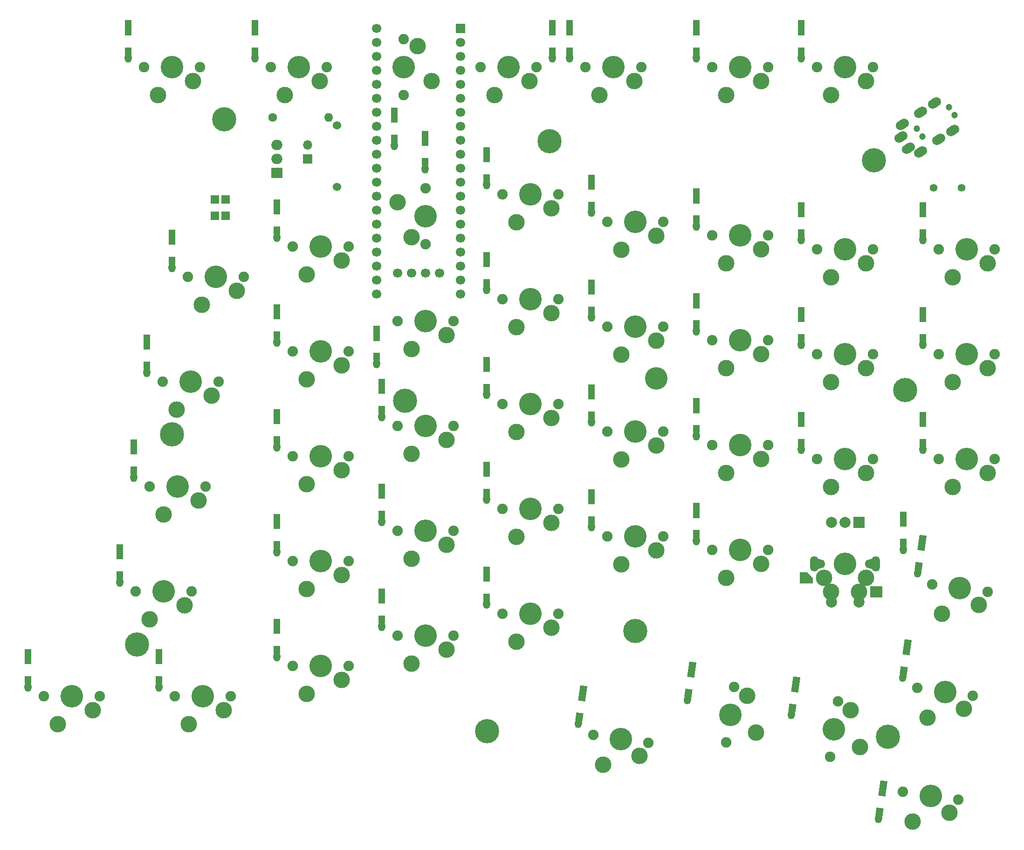
<source format=gts>
%TF.GenerationSoftware,KiCad,Pcbnew,(6.0.5-0)*%
%TF.CreationDate,2023-01-19T18:27:40-08:00*%
%TF.ProjectId,ergodonk_pcb,6572676f-646f-46e6-9b5f-7063622e6b69,rev?*%
%TF.SameCoordinates,Original*%
%TF.FileFunction,Soldermask,Top*%
%TF.FilePolarity,Negative*%
%FSLAX46Y46*%
G04 Gerber Fmt 4.6, Leading zero omitted, Abs format (unit mm)*
G04 Created by KiCad (PCBNEW (6.0.5-0)) date 2023-01-19 18:27:40*
%MOMM*%
%LPD*%
G01*
G04 APERTURE LIST*
G04 Aperture macros list*
%AMHorizOval*
0 Thick line with rounded ends*
0 $1 width*
0 $2 $3 position (X,Y) of the first rounded end (center of the circle)*
0 $4 $5 position (X,Y) of the second rounded end (center of the circle)*
0 Add line between two ends*
20,1,$1,$2,$3,$4,$5,0*
0 Add two circle primitives to create the rounded ends*
1,1,$1,$2,$3*
1,1,$1,$4,$5*%
%AMRotRect*
0 Rectangle, with rotation*
0 The origin of the aperture is its center*
0 $1 length*
0 $2 width*
0 $3 Rotation angle, in degrees counterclockwise*
0 Add horizontal line*
21,1,$1,$2,0,0,$3*%
%AMOutline5P*
0 Free polygon, 5 corners , with rotation*
0 The origin of the aperture is its center*
0 number of corners: always 5*
0 $1 to $10 corner X, Y*
0 $11 Rotation angle, in degrees counterclockwise*
0 create outline with 5 corners*
4,1,5,$1,$2,$3,$4,$5,$6,$7,$8,$9,$10,$1,$2,$11*%
%AMOutline6P*
0 Free polygon, 6 corners , with rotation*
0 The origin of the aperture is its center*
0 number of corners: always 6*
0 $1 to $12 corner X, Y*
0 $13 Rotation angle, in degrees counterclockwise*
0 create outline with 6 corners*
4,1,6,$1,$2,$3,$4,$5,$6,$7,$8,$9,$10,$11,$12,$1,$2,$13*%
%AMOutline7P*
0 Free polygon, 7 corners , with rotation*
0 The origin of the aperture is its center*
0 number of corners: always 7*
0 $1 to $14 corner X, Y*
0 $15 Rotation angle, in degrees counterclockwise*
0 create outline with 7 corners*
4,1,7,$1,$2,$3,$4,$5,$6,$7,$8,$9,$10,$11,$12,$13,$14,$1,$2,$15*%
%AMOutline8P*
0 Free polygon, 8 corners , with rotation*
0 The origin of the aperture is its center*
0 number of corners: always 8*
0 $1 to $16 corner X, Y*
0 $17 Rotation angle, in degrees counterclockwise*
0 create outline with 8 corners*
4,1,8,$1,$2,$3,$4,$5,$6,$7,$8,$9,$10,$11,$12,$13,$14,$15,$16,$1,$2,$17*%
G04 Aperture macros list end*
%ADD10C,3.000000*%
%ADD11C,1.900000*%
%ADD12C,4.100000*%
%ADD13C,0.700000*%
%ADD14C,4.400000*%
%ADD15O,1.500000X2.800000*%
%ADD16C,1.700000*%
%ADD17R,2.000000X2.000000*%
%ADD18C,2.000000*%
%ADD19R,2.300000X2.000000*%
%ADD20Outline5P,-1.150000X1.000000X0.150000X1.000000X1.150000X0.000000X1.150000X-1.000000X-1.150000X-1.000000X0.000000*%
%ADD21R,1.524000X1.524000*%
%ADD22C,1.200000*%
%ADD23HorizOval,1.700000X-0.332394X-0.222518X0.332394X0.222518X0*%
%ADD24C,1.397000*%
%ADD25R,1.300000X1.400000*%
%ADD26R,1.300000X1.778000*%
%ADD27O,1.300000X1.778000*%
%ADD28RotRect,1.400000X1.300000X82.000000*%
%ADD29RotRect,1.778000X1.300000X262.000000*%
%ADD30HorizOval,1.300000X-0.033262X-0.236674X0.033262X0.236674X0*%
%ADD31R,2.000000X1.905000*%
%ADD32O,2.000000X1.905000*%
%ADD33C,1.524000*%
%ADD34R,1.700000X1.700000*%
%ADD35O,1.700000X1.700000*%
%ADD36C,1.600000*%
%ADD37O,1.600000X1.600000*%
G04 APERTURE END LIST*
D10*
%TO.C,SWLH14*%
X118110000Y-60515000D03*
D11*
X109220000Y-57975000D03*
X119380000Y-57975000D03*
D12*
X114300000Y-57975000D03*
D10*
X111760000Y-63055000D03*
%TD*%
D11*
%TO.C,SWLH33*%
X100330000Y-100075000D03*
D12*
X95250000Y-100075000D03*
D10*
X99060000Y-102615000D03*
X92710000Y-105155000D03*
D11*
X90170000Y-100075000D03*
%TD*%
D10*
%TO.C,SWLH57*%
X172471125Y-151777315D03*
D11*
X170132594Y-150166175D03*
X168718596Y-160227299D03*
D10*
X174102657Y-158419017D03*
D12*
X169425595Y-155196737D03*
%TD*%
D13*
%TO.C,H7*%
X41149000Y-139827000D03*
X41632274Y-140993726D03*
X42799000Y-141477000D03*
X44449000Y-139827000D03*
X43965726Y-138660274D03*
D14*
X42799000Y-139827000D03*
D13*
X41632274Y-138660274D03*
X42799000Y-138177000D03*
X43965726Y-140993726D03*
%TD*%
D11*
%TO.C,SWLH35*%
X138430000Y-101075000D03*
D10*
X137160000Y-103615000D03*
D12*
X133350000Y-101075000D03*
D10*
X130810000Y-106155000D03*
D11*
X128270000Y-101075000D03*
%TD*%
D13*
%TO.C,H5*%
X132183274Y-138485476D03*
X134516726Y-138485476D03*
X132183274Y-136152024D03*
X134516726Y-136152024D03*
X131700000Y-137318750D03*
X133350000Y-138968750D03*
X135000000Y-137318750D03*
X133350000Y-135668750D03*
D14*
X133350000Y-137318750D03*
%TD*%
D11*
%TO.C,SWLH12*%
X81280000Y-67475000D03*
X71120000Y-67475000D03*
D10*
X80010000Y-70015000D03*
X73660000Y-72555000D03*
D12*
X76200000Y-67475000D03*
%TD*%
%TO.C,SWLH43*%
X95250000Y-119125000D03*
D10*
X99060000Y-121665000D03*
D11*
X100330000Y-119125000D03*
D10*
X92710000Y-124205000D03*
D11*
X90170000Y-119125000D03*
%TD*%
D10*
%TO.C,SWLH2*%
X69660000Y-40005000D03*
D11*
X67120000Y-34925000D03*
D12*
X72200000Y-34925000D03*
D11*
X77280000Y-34925000D03*
D10*
X76010000Y-37465000D03*
%TD*%
D11*
%TO.C,SWLH53*%
X100330000Y-138175000D03*
X90170000Y-138175000D03*
D10*
X92710000Y-143255000D03*
D12*
X95250000Y-138175000D03*
D10*
X99060000Y-140715000D03*
%TD*%
D12*
%TO.C,SWLH3*%
X91250000Y-34925000D03*
D11*
X91250000Y-29845000D03*
D10*
X93790000Y-31115000D03*
D11*
X91250000Y-40005000D03*
D10*
X96330000Y-37465000D03*
%TD*%
%TO.C,SWLH_ROT1*%
X167612000Y-127665001D03*
D15*
X165850000Y-125125000D03*
D10*
X168882000Y-130205000D03*
D12*
X171422000Y-125125000D03*
D11*
X166342000Y-125125000D03*
D10*
X173962000Y-130205000D03*
D16*
X175922000Y-125125000D03*
X166922000Y-125125000D03*
D10*
X175232000Y-127665000D03*
D15*
X177050000Y-125125000D03*
D11*
X176502000Y-125125000D03*
D17*
X173950000Y-117625000D03*
D18*
X168950000Y-117625000D03*
X171450000Y-117625000D03*
X173950000Y-132125000D03*
D19*
X177122000Y-130245000D03*
D20*
X164422000Y-127705000D03*
D18*
X168950000Y-132125000D03*
%TD*%
D12*
%TO.C,SWLH45*%
X133350000Y-120125000D03*
D11*
X138430000Y-120125000D03*
D10*
X130810000Y-125205000D03*
X137160000Y-122665000D03*
D11*
X128270000Y-120125000D03*
%TD*%
D14*
%TO.C,H4*%
X179248274Y-156539726D03*
D13*
X178081548Y-157706452D03*
X179248274Y-158189726D03*
X180415000Y-155373000D03*
X177598274Y-156539726D03*
X179248274Y-154889726D03*
X180898274Y-156539726D03*
X178081548Y-155373000D03*
X180415000Y-157706452D03*
%TD*%
D10*
%TO.C,SWLH68*%
X183742298Y-171957350D03*
X190384000Y-170325818D03*
D12*
X186964578Y-167280288D03*
D11*
X181934016Y-166573289D03*
X191995140Y-167987287D03*
%TD*%
D10*
%TO.C,SWLH27*%
X175260000Y-89565000D03*
D11*
X166370000Y-87025000D03*
X176530000Y-87025000D03*
D10*
X168910000Y-92105000D03*
D12*
X171450000Y-87025000D03*
%TD*%
D10*
%TO.C,SWLH4*%
X107760000Y-40005000D03*
D11*
X115380000Y-34925000D03*
D10*
X114110000Y-37465000D03*
D11*
X105220000Y-34925000D03*
D12*
X110300000Y-34925000D03*
%TD*%
D11*
%TO.C,SWLH65*%
X135732726Y-157675468D03*
D10*
X134121586Y-160013999D03*
D11*
X125671602Y-156261470D03*
D12*
X130702164Y-156968469D03*
D10*
X127479884Y-161645531D03*
%TD*%
D12*
%TO.C,SWLH22*%
X76200000Y-86525000D03*
D10*
X80010000Y-89065000D03*
D11*
X81280000Y-86525000D03*
D10*
X73660000Y-91605000D03*
D11*
X71120000Y-86525000D03*
%TD*%
D13*
%TO.C,H10*%
X90376548Y-94361000D03*
X90376548Y-96694452D03*
D14*
X91543274Y-95527726D03*
D13*
X92710000Y-94361000D03*
X93193274Y-95527726D03*
X92710000Y-96694452D03*
X91543274Y-97177726D03*
X89893274Y-95527726D03*
X91543274Y-93877726D03*
%TD*%
D12*
%TO.C,SWLH16*%
X152400000Y-65475000D03*
D11*
X147320000Y-65475000D03*
D10*
X149860000Y-70555000D03*
X156210000Y-68015000D03*
D11*
X157480000Y-65475000D03*
%TD*%
D10*
%TO.C,SWLH58*%
X186393545Y-153092743D03*
D11*
X194646387Y-149122680D03*
D10*
X193035247Y-151461211D03*
D11*
X184585263Y-147708682D03*
D12*
X189615825Y-148415681D03*
%TD*%
D11*
%TO.C,SWLH44*%
X119380000Y-115125000D03*
D10*
X118110000Y-117665000D03*
D11*
X109220000Y-115125000D03*
D12*
X114300000Y-115125000D03*
D10*
X111760000Y-120205000D03*
%TD*%
D13*
%TO.C,H3*%
X180722000Y-93599000D03*
X184022000Y-93599000D03*
X183538726Y-92432274D03*
D14*
X182372000Y-93599000D03*
D13*
X183538726Y-94765726D03*
X182372000Y-91949000D03*
X181205274Y-94765726D03*
X181205274Y-92432274D03*
X182372000Y-95249000D03*
%TD*%
%TO.C,H6*%
X104712500Y-155575000D03*
D14*
X106362500Y-155575000D03*
D13*
X105195774Y-156741726D03*
X105195774Y-154408274D03*
X107529226Y-154408274D03*
X106362500Y-153925000D03*
X108012500Y-155575000D03*
X107529226Y-156741726D03*
X106362500Y-157225000D03*
%TD*%
D12*
%TO.C,SWLH52*%
X76200000Y-143675000D03*
D11*
X81280000Y-143675000D03*
D10*
X73660000Y-148755000D03*
D11*
X71120000Y-143675000D03*
D10*
X80010000Y-146215000D03*
%TD*%
%TO.C,SWLH56*%
X153607169Y-149127013D03*
D11*
X151268638Y-147515873D03*
X149854640Y-157576997D03*
D12*
X150561639Y-152546435D03*
D10*
X155238701Y-155768715D03*
%TD*%
D13*
%TO.C,H1*%
X119379000Y-48387000D03*
X117729000Y-46737000D03*
X116562274Y-49553726D03*
X118895726Y-49553726D03*
X118895726Y-47220274D03*
X116562274Y-47220274D03*
X117729000Y-50037000D03*
D14*
X117729000Y-48387000D03*
D13*
X116079000Y-48387000D03*
%TD*%
D10*
%TO.C,SWLH28*%
X190960000Y-92105000D03*
D11*
X188420000Y-87025000D03*
X198580000Y-87025000D03*
D10*
X197310000Y-89565000D03*
D12*
X193500000Y-87025000D03*
%TD*%
%TO.C,SWLH26*%
X152400000Y-84525000D03*
D10*
X149860000Y-89605000D03*
D11*
X157480000Y-84525000D03*
X147320000Y-84525000D03*
D10*
X156210000Y-87065000D03*
%TD*%
%TO.C,SWLH24*%
X118110000Y-79565000D03*
X111760000Y-82105000D03*
D11*
X109220000Y-77025000D03*
D12*
X114300000Y-77025000D03*
D11*
X119380000Y-77025000D03*
%TD*%
%TO.C,SWLH7*%
X166370000Y-34925000D03*
X176530000Y-34925000D03*
D10*
X168910000Y-40005000D03*
D12*
X171450000Y-34925000D03*
D10*
X175260000Y-37465000D03*
%TD*%
D11*
%TO.C,SWLH31*%
X55245000Y-111075000D03*
D10*
X53975000Y-113615000D03*
D12*
X50165000Y-111075000D03*
D11*
X45085000Y-111075000D03*
D10*
X47625000Y-116155000D03*
%TD*%
D11*
%TO.C,SWLH41*%
X42545000Y-130125000D03*
D10*
X45085000Y-135205000D03*
D12*
X47625000Y-130125000D03*
D10*
X51435000Y-132665000D03*
D11*
X52705000Y-130125000D03*
%TD*%
D10*
%TO.C,SWLH38*%
X190960000Y-111155000D03*
D11*
X188420000Y-106075000D03*
X198580000Y-106075000D03*
D10*
X197310000Y-108615000D03*
D12*
X193500000Y-106075000D03*
%TD*%
%TO.C,SWLH6*%
X152400000Y-34925000D03*
D10*
X156210000Y-37465000D03*
D11*
X147320000Y-34925000D03*
X157480000Y-34925000D03*
D10*
X149860000Y-40005000D03*
%TD*%
D12*
%TO.C,SWLH46*%
X152400000Y-122625000D03*
D10*
X156210000Y-125165000D03*
X149860000Y-127705000D03*
D11*
X147320000Y-122625000D03*
X157480000Y-122625000D03*
%TD*%
D21*
%TO.C,JP1*%
X56928000Y-58928000D03*
X58928000Y-58928000D03*
X58928000Y-61928000D03*
X56928000Y-61928000D03*
%TD*%
D11*
%TO.C,SWLH21*%
X57626250Y-92025000D03*
D12*
X52546250Y-92025000D03*
D11*
X47466250Y-92025000D03*
D10*
X50006250Y-97105000D03*
X56356250Y-94565000D03*
%TD*%
D12*
%TO.C,SWLH51*%
X54768750Y-149175000D03*
D11*
X49688750Y-149175000D03*
X59848750Y-149175000D03*
D10*
X58578750Y-151715000D03*
X52228750Y-154255000D03*
%TD*%
D11*
%TO.C,SWLH34*%
X109220000Y-96075000D03*
D10*
X118110000Y-98615000D03*
D12*
X114300000Y-96075000D03*
D10*
X111760000Y-101155000D03*
D11*
X119380000Y-96075000D03*
%TD*%
D10*
%TO.C,SWLH50*%
X28416250Y-154255000D03*
X34766250Y-151715000D03*
D11*
X36036250Y-149175000D03*
D12*
X30956250Y-149175000D03*
D11*
X25876250Y-149175000D03*
%TD*%
%TO.C,SWLH37*%
X166370000Y-106075000D03*
X176530000Y-106075000D03*
D10*
X168910000Y-111155000D03*
X175260000Y-108615000D03*
D12*
X171450000Y-106075000D03*
%TD*%
D10*
%TO.C,SWLH5*%
X133160000Y-37465000D03*
D12*
X129350000Y-34925000D03*
D10*
X126810000Y-40005000D03*
D11*
X124270000Y-34925000D03*
X134430000Y-34925000D03*
%TD*%
%TO.C,SWLH42*%
X71120000Y-124625000D03*
X81280000Y-124625000D03*
D12*
X76200000Y-124625000D03*
D10*
X73660000Y-129705000D03*
X80010000Y-127165000D03*
%TD*%
D12*
%TO.C,SWLH48*%
X192267073Y-129551075D03*
D11*
X197297635Y-130258074D03*
X187236511Y-128844076D03*
D10*
X195686495Y-132596605D03*
X189044793Y-134228137D03*
%TD*%
D13*
%TO.C,H2*%
X176657000Y-50166000D03*
X175007000Y-51816000D03*
X177823726Y-52982726D03*
X175490274Y-50649274D03*
X177823726Y-50649274D03*
X178307000Y-51816000D03*
X176657000Y-53466000D03*
D14*
X176657000Y-51816000D03*
D13*
X175490274Y-52982726D03*
%TD*%
D11*
%TO.C,SWLH32*%
X71120000Y-105575000D03*
X81280000Y-105575000D03*
D12*
X76200000Y-105575000D03*
D10*
X80010000Y-108115000D03*
X73660000Y-110655000D03*
%TD*%
%TO.C,SWLH23*%
X92710000Y-86105000D03*
D11*
X90170000Y-81025000D03*
X100330000Y-81025000D03*
D10*
X99060000Y-83565000D03*
D12*
X95250000Y-81025000D03*
%TD*%
%TO.C,SWLH36*%
X152400000Y-103575000D03*
D11*
X157480000Y-103575000D03*
D10*
X156210000Y-106115000D03*
X149860000Y-108655000D03*
D11*
X147320000Y-103575000D03*
%TD*%
D12*
%TO.C,SWLH11*%
X57150000Y-72975000D03*
D10*
X60960000Y-75515000D03*
D11*
X62230000Y-72975000D03*
D10*
X54610000Y-78055000D03*
D11*
X52070000Y-72975000D03*
%TD*%
D22*
%TO.C,J1*%
X184495115Y-46073290D03*
X185468632Y-47527513D03*
X191285523Y-43633443D03*
X190312006Y-42179221D03*
D23*
X181558162Y-47618221D03*
X182921087Y-49654133D03*
X190957972Y-46379843D03*
X187648013Y-41435485D03*
X188465019Y-48048730D03*
X185155060Y-43104372D03*
X185141081Y-50273912D03*
X181831122Y-45329555D03*
%TD*%
D11*
%TO.C,SWLH17*%
X166370000Y-67975000D03*
X176530000Y-67975000D03*
D10*
X175260000Y-70515000D03*
X168910000Y-73055000D03*
D12*
X171450000Y-67975000D03*
%TD*%
D11*
%TO.C,SWLH54*%
X109220000Y-134175000D03*
D10*
X111760000Y-139255000D03*
D11*
X119380000Y-134175000D03*
D12*
X114300000Y-134175000D03*
D10*
X118110000Y-136715000D03*
%TD*%
D11*
%TO.C,SWLH18*%
X188420000Y-67975000D03*
X198580000Y-67975000D03*
D10*
X190960000Y-73055000D03*
D12*
X193500000Y-67975000D03*
D10*
X197310000Y-70515000D03*
%TD*%
D13*
%TO.C,H10*%
X138251726Y-90348274D03*
X136068274Y-90348274D03*
X137160000Y-89865000D03*
X135585000Y-91440000D03*
D12*
X137160000Y-91440000D03*
D13*
X138735000Y-91440000D03*
X137160000Y-93015000D03*
X136068274Y-92531726D03*
X138251726Y-92531726D03*
%TD*%
%TO.C,H8*%
X49149000Y-99950000D03*
X47982274Y-102766726D03*
X50315726Y-102766726D03*
X47982274Y-100433274D03*
D14*
X49149000Y-101600000D03*
D13*
X47499000Y-101600000D03*
X50315726Y-100433274D03*
X49149000Y-103250000D03*
X50799000Y-101600000D03*
%TD*%
D11*
%TO.C,SWLH25*%
X138430000Y-82025000D03*
D10*
X130810000Y-87105000D03*
X137160000Y-84565000D03*
D11*
X128270000Y-82025000D03*
D12*
X133350000Y-82025000D03*
%TD*%
D11*
%TO.C,SWLH1*%
X44070000Y-34925000D03*
X54230000Y-34925000D03*
D10*
X46610000Y-40005000D03*
X52960000Y-37465000D03*
D12*
X49150000Y-34925000D03*
%TD*%
D10*
%TO.C,SWLH13*%
X90170000Y-59435000D03*
D11*
X95250000Y-56895000D03*
D12*
X95250000Y-61975000D03*
D10*
X92710000Y-65785000D03*
D11*
X95250000Y-67055000D03*
%TD*%
D13*
%TO.C,H9*%
X57507274Y-45541000D03*
X59840726Y-43207548D03*
X58674000Y-46024274D03*
X60324000Y-44374274D03*
D14*
X58674000Y-44374274D03*
D13*
X58674000Y-42724274D03*
X57024000Y-44374274D03*
X57507274Y-43207548D03*
X59840726Y-45541000D03*
%TD*%
D24*
%TO.C,R1*%
X187547000Y-56801000D03*
X192627000Y-56801000D03*
%TD*%
D10*
%TO.C,SWLH15*%
X137160000Y-65515000D03*
D12*
X133350000Y-62975000D03*
D11*
X128270000Y-62975000D03*
D10*
X130810000Y-68055000D03*
D11*
X138430000Y-62975000D03*
%TD*%
D25*
%TO.C,D50*%
X23006250Y-142689000D03*
D26*
X23006250Y-141464000D03*
D25*
X23006250Y-146239000D03*
D27*
X23006250Y-147464000D03*
%TD*%
D25*
%TO.C,D11*%
X49200000Y-66489000D03*
D26*
X49200000Y-65264000D03*
D27*
X49200000Y-71264000D03*
D25*
X49200000Y-70039000D03*
%TD*%
%TO.C,D53*%
X87300000Y-131689000D03*
D26*
X87300000Y-130464000D03*
D25*
X87300000Y-135239000D03*
D27*
X87300000Y-136464000D03*
%TD*%
D25*
%TO.C,D42*%
X68250000Y-118139000D03*
D26*
X68250000Y-116914000D03*
D27*
X68250000Y-122914000D03*
D25*
X68250000Y-121689000D03*
%TD*%
D28*
%TO.C,D58*%
X182612064Y-141010548D03*
D29*
X182782551Y-139797470D03*
D28*
X182118000Y-144526000D03*
D30*
X181947513Y-145739078D03*
%TD*%
D26*
%TO.C,D13*%
X95123000Y-47340000D03*
D25*
X95123000Y-48565000D03*
X95123000Y-52115000D03*
D27*
X95123000Y-53340000D03*
%TD*%
D25*
%TO.C,D54*%
X106350000Y-127689000D03*
D26*
X106350000Y-126464000D03*
D25*
X106350000Y-131239000D03*
D27*
X106350000Y-132464000D03*
%TD*%
D25*
%TO.C,D52*%
X68250000Y-137189000D03*
D26*
X68250000Y-135964000D03*
D25*
X68250000Y-140739000D03*
D27*
X68250000Y-141964000D03*
%TD*%
D26*
%TO.C,D3*%
X89535000Y-43101000D03*
D25*
X89535000Y-44326000D03*
D27*
X89535000Y-49101000D03*
D25*
X89535000Y-47876000D03*
%TD*%
D26*
%TO.C,D15*%
X125400000Y-55264000D03*
D25*
X125400000Y-56489000D03*
D27*
X125400000Y-61264000D03*
D25*
X125400000Y-60039000D03*
%TD*%
%TO.C,D36*%
X144450000Y-97089000D03*
D26*
X144450000Y-95864000D03*
D27*
X144450000Y-101864000D03*
D25*
X144450000Y-100639000D03*
%TD*%
D26*
%TO.C,D22*%
X68250000Y-78814000D03*
D25*
X68250000Y-80039000D03*
X68250000Y-83589000D03*
D27*
X68250000Y-84814000D03*
%TD*%
D25*
%TO.C,D1*%
X41200000Y-28439000D03*
D26*
X41200000Y-27214000D03*
D25*
X41200000Y-31989000D03*
D27*
X41200000Y-33214000D03*
%TD*%
D26*
%TO.C,D6*%
X144450000Y-27214000D03*
D25*
X144450000Y-28439000D03*
D27*
X144450000Y-33214000D03*
D25*
X144450000Y-31989000D03*
%TD*%
D31*
%TO.C,Q1*%
X68227000Y-54101000D03*
D32*
X68227000Y-51561000D03*
X68227000Y-49021000D03*
%TD*%
D26*
%TO.C,D18*%
X185550000Y-60264000D03*
D25*
X185550000Y-61489000D03*
D27*
X185550000Y-66264000D03*
D25*
X185550000Y-65039000D03*
%TD*%
%TO.C,D27*%
X163500000Y-80539000D03*
D26*
X163500000Y-79314000D03*
D27*
X163500000Y-85314000D03*
D25*
X163500000Y-84089000D03*
%TD*%
%TO.C,D31*%
X42215000Y-104589000D03*
D26*
X42215000Y-103364000D03*
D27*
X42215000Y-109364000D03*
D25*
X42215000Y-108139000D03*
%TD*%
%TO.C,D46*%
X144450000Y-116139000D03*
D26*
X144450000Y-114914000D03*
D27*
X144450000Y-120914000D03*
D25*
X144450000Y-119689000D03*
%TD*%
D26*
%TO.C,D35*%
X125400000Y-93364000D03*
D25*
X125400000Y-94589000D03*
D27*
X125400000Y-99364000D03*
D25*
X125400000Y-98139000D03*
%TD*%
%TO.C,D17*%
X163500000Y-61489000D03*
D26*
X163500000Y-60264000D03*
D25*
X163500000Y-65039000D03*
D27*
X163500000Y-66264000D03*
%TD*%
D26*
%TO.C,D21*%
X44596250Y-84314000D03*
D25*
X44596250Y-85539000D03*
X44596250Y-89089000D03*
D27*
X44596250Y-90314000D03*
%TD*%
D25*
%TO.C,D16*%
X144450000Y-58989000D03*
D26*
X144450000Y-57764000D03*
D27*
X144450000Y-63764000D03*
D25*
X144450000Y-62539000D03*
%TD*%
%TO.C,D23*%
X86300000Y-83961000D03*
D26*
X86300000Y-82736000D03*
D27*
X86300000Y-88736000D03*
D25*
X86300000Y-87511000D03*
%TD*%
D26*
%TO.C,D34*%
X106350000Y-88364000D03*
D25*
X106350000Y-89589000D03*
D27*
X106350000Y-94364000D03*
D25*
X106350000Y-93139000D03*
%TD*%
%TO.C,D4*%
X118250000Y-28439000D03*
D26*
X118250000Y-27214000D03*
D27*
X118250000Y-33214000D03*
D25*
X118250000Y-31989000D03*
%TD*%
D29*
%TO.C,D68*%
X178344519Y-165431196D03*
D28*
X178174032Y-166644274D03*
D30*
X177509481Y-171372804D03*
D28*
X177679968Y-170159726D03*
%TD*%
%TO.C,D57*%
X162389513Y-147771078D03*
D29*
X162560000Y-146558000D03*
D30*
X161724962Y-152499608D03*
D28*
X161895449Y-151286530D03*
%TD*%
D26*
%TO.C,D7*%
X163500000Y-27214000D03*
D25*
X163500000Y-28439000D03*
D27*
X163500000Y-33214000D03*
D25*
X163500000Y-31989000D03*
%TD*%
D26*
%TO.C,D41*%
X39675000Y-122414000D03*
D25*
X39675000Y-123639000D03*
D27*
X39675000Y-128414000D03*
D25*
X39675000Y-127189000D03*
%TD*%
%TO.C,D2*%
X64250000Y-28439000D03*
D26*
X64250000Y-27214000D03*
D25*
X64250000Y-31989000D03*
D27*
X64250000Y-33214000D03*
%TD*%
D26*
%TO.C,D24*%
X106350000Y-69314000D03*
D25*
X106350000Y-70539000D03*
X106350000Y-74089000D03*
D27*
X106350000Y-75314000D03*
%TD*%
D26*
%TO.C,D5*%
X121400000Y-27214000D03*
D25*
X121400000Y-28439000D03*
X121400000Y-31989000D03*
D27*
X121400000Y-33214000D03*
%TD*%
D26*
%TO.C,D12*%
X68250000Y-59764000D03*
D25*
X68250000Y-60989000D03*
X68250000Y-64539000D03*
D27*
X68250000Y-65764000D03*
%TD*%
D25*
%TO.C,D33*%
X87300000Y-93589000D03*
D26*
X87300000Y-92364000D03*
D27*
X87300000Y-98364000D03*
D25*
X87300000Y-97139000D03*
%TD*%
D26*
%TO.C,D45*%
X125400000Y-112414000D03*
D25*
X125400000Y-113639000D03*
X125400000Y-117189000D03*
D27*
X125400000Y-118414000D03*
%TD*%
D33*
%TO.C,D_SOL_1*%
X79121000Y-56642000D03*
X79121000Y-45466000D03*
%TD*%
D26*
%TO.C,D43*%
X87300000Y-111414000D03*
D25*
X87300000Y-112639000D03*
X87300000Y-116189000D03*
D27*
X87300000Y-117414000D03*
%TD*%
D26*
%TO.C,D26*%
X144450000Y-76814000D03*
D25*
X144450000Y-78039000D03*
X144450000Y-81589000D03*
D27*
X144450000Y-82814000D03*
%TD*%
D34*
%TO.C,ULH1*%
X101550000Y-27845000D03*
D16*
X101550000Y-30385000D03*
X101550000Y-32925000D03*
X101550000Y-35465000D03*
X101550000Y-38005000D03*
X101550000Y-40545000D03*
X101550000Y-43085000D03*
X101550000Y-45625000D03*
X101550000Y-48165000D03*
X101550000Y-50705000D03*
X101550000Y-53245000D03*
X101550000Y-55785000D03*
X101550000Y-58325000D03*
X101550000Y-60865000D03*
X101550000Y-63405000D03*
X101550000Y-65945000D03*
X101550000Y-68485000D03*
X101550000Y-71025000D03*
X101550000Y-73565000D03*
X101550000Y-76105000D03*
X86310000Y-76105000D03*
X86310000Y-73565000D03*
X86310000Y-71025000D03*
X86310000Y-68485000D03*
X86310000Y-65945000D03*
X86310000Y-63405000D03*
X86310000Y-60865000D03*
X86310000Y-58325000D03*
X86310000Y-55785000D03*
X86310000Y-53245000D03*
X86310000Y-50705000D03*
X86310000Y-48165000D03*
X86310000Y-45625000D03*
X86310000Y-43085000D03*
X86310000Y-40545000D03*
X86310000Y-38005000D03*
X86310000Y-35465000D03*
X86310000Y-32925000D03*
X86310000Y-30385000D03*
X86310000Y-27845000D03*
X90118000Y-72294000D03*
X92658000Y-72294000D03*
X95198000Y-72294000D03*
X97738000Y-72294000D03*
%TD*%
D25*
%TO.C,D38*%
X185550000Y-99589000D03*
D26*
X185550000Y-98364000D03*
D27*
X185550000Y-104364000D03*
D25*
X185550000Y-103139000D03*
%TD*%
D34*
%TO.C,J_SOL_1*%
X73787000Y-51562000D03*
D35*
X73787000Y-49022000D03*
%TD*%
D26*
%TO.C,D14*%
X106350000Y-50264000D03*
D25*
X106350000Y-51489000D03*
X106350000Y-55039000D03*
D27*
X106350000Y-56264000D03*
%TD*%
D25*
%TO.C,D37*%
X163500000Y-99589000D03*
D26*
X163500000Y-98364000D03*
D27*
X163500000Y-104364000D03*
D25*
X163500000Y-103139000D03*
%TD*%
D26*
%TO.C,D44*%
X106350000Y-107414000D03*
D25*
X106350000Y-108639000D03*
D27*
X106350000Y-113414000D03*
D25*
X106350000Y-112189000D03*
%TD*%
D29*
%TO.C,D56*%
X143673519Y-143841196D03*
D28*
X143503032Y-145054274D03*
X143008968Y-148569726D03*
D30*
X142838481Y-149782804D03*
%TD*%
D26*
%TO.C,D32*%
X68250000Y-97864000D03*
D25*
X68250000Y-99089000D03*
D27*
X68250000Y-103864000D03*
D25*
X68250000Y-102639000D03*
%TD*%
D26*
%TO.C,D47*%
X181991000Y-116507000D03*
D25*
X181991000Y-117732000D03*
X181991000Y-121282000D03*
D27*
X181991000Y-122507000D03*
%TD*%
D36*
%TO.C,R2*%
X67447000Y-44081000D03*
D37*
X77607000Y-44081000D03*
%TD*%
D25*
%TO.C,D25*%
X125400000Y-75539000D03*
D26*
X125400000Y-74314000D03*
D25*
X125400000Y-79089000D03*
D27*
X125400000Y-80314000D03*
%TD*%
D28*
%TO.C,D48*%
X185322551Y-122017470D03*
D29*
X185493038Y-120804392D03*
D30*
X184658000Y-126746000D03*
D28*
X184828487Y-125532922D03*
%TD*%
D25*
%TO.C,D28*%
X185550000Y-80539000D03*
D26*
X185550000Y-79314000D03*
D25*
X185550000Y-84089000D03*
D27*
X185550000Y-85314000D03*
%TD*%
D25*
%TO.C,D51*%
X46818750Y-142689000D03*
D26*
X46818750Y-141464000D03*
D27*
X46818750Y-147464000D03*
D25*
X46818750Y-146239000D03*
%TD*%
D29*
%TO.C,D65*%
X123861519Y-148179470D03*
D28*
X123691032Y-149392548D03*
X123196968Y-152908000D03*
D30*
X123026481Y-154121078D03*
%TD*%
M02*

</source>
